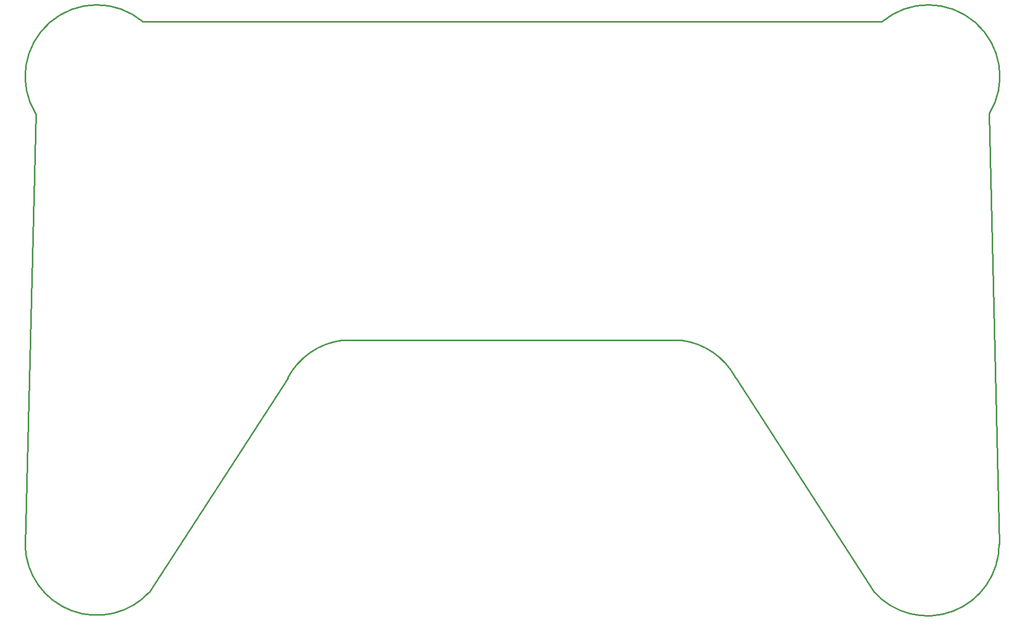
<source format=gko>
G04 Layer: BoardOutlineLayer*
G04 EasyEDA v6.5.23, 2023-06-02 23:09:48*
G04 d308aba9936446f186570843c5913f8e,38d8b063065d407b859bfb9f5f9b4720,10*
G04 Gerber Generator version 0.2*
G04 Scale: 100 percent, Rotated: No, Reflected: No *
G04 Dimensions in millimeters *
G04 leading zeros omitted , absolute positions ,4 integer and 5 decimal *
%FSLAX45Y45*%
%MOMM*%

%ADD10C,0.2540*%
D10*
X18491200Y8636000D02*
G01*
X18656300Y1536700D01*
X4533900Y10160000D02*
G01*
X16725900Y10160000D01*
X2590800Y1524000D02*
G01*
X2768600Y8636000D01*
X13411200Y4902200D02*
G01*
X7823200Y4902200D01*
X14312900Y4279900D02*
G01*
X16592550Y749300D01*
X6921500Y4279900D02*
G01*
X4641850Y749300D01*
G75*
G01*
X18656300Y1536700D02*
G02*
X16590317Y754413I-1181100J4D01*
G75*
G01*
X4645040Y752178D02*
G02*
X2590797Y1521348I-873426J795062D01*
G75*
G01*
X6921500Y4279900D02*
G02*
X7823086Y4903130I1045730J-549042D01*
G75*
G01*
X14312900Y4279900D02*
G03*
X13411314Y4903130I-1045730J-549042D01*
G75*
G01*
X16726713Y10161402D02*
G02*
X18492940Y8637905I761186J-903101D01*
G75*
G01*
X2768194Y8635749D02*
G02*
X4534253Y10160417I1003707J622550D01*

%LPD*%
M02*

</source>
